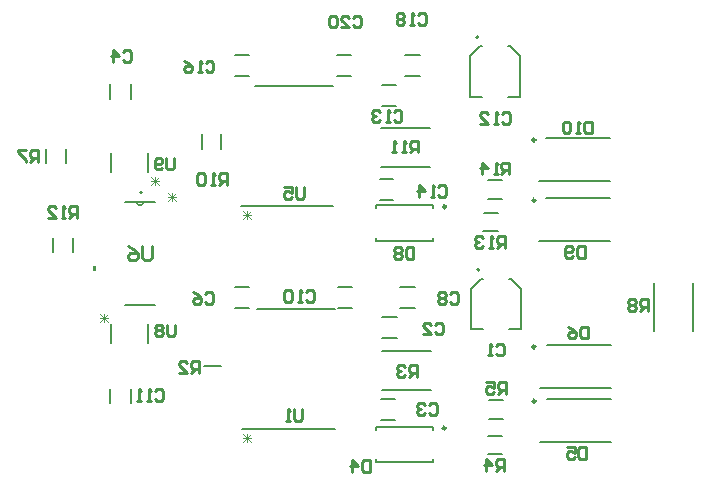
<source format=gbr>
%TF.GenerationSoftware,Altium Limited,Altium Designer,23.2.1 (34)*%
G04 Layer_Color=32896*
%FSLAX45Y45*%
%MOMM*%
%TF.SameCoordinates,3015DBAE-21F6-41EF-B07E-3AD50EAB7A3F*%
%TF.FilePolarity,Positive*%
%TF.FileFunction,Legend,Bot*%
%TF.Part,Single*%
G01*
G75*
%TA.AperFunction,NonConductor*%
%ADD43C,0.20000*%
%ADD44C,0.25400*%
%ADD45C,0.25000*%
%ADD46C,0.15240*%
%ADD48C,0.12700*%
%ADD49C,0.15200*%
%ADD50C,0.07620*%
%ADD51C,0.07600*%
G36*
X1539279Y1817050D02*
X1513879D01*
Y1778950D01*
X1539279D01*
Y1817050D01*
D02*
G37*
D43*
X1929000Y2442000D02*
G03*
X1929000Y2442000I-10000J0D01*
G01*
X4785000Y1786660D02*
G03*
X4785000Y1786660I-10000J0D01*
G01*
X4777000Y3754330D02*
G03*
X4777000Y3754330I-10000J0D01*
G01*
X2886999Y3345000D02*
X3546999D01*
X2763499Y2329000D02*
X3546999D01*
X2898000Y1457000D02*
X3558000D01*
X2774500Y441000D02*
X3558000D01*
X3909000Y456000D02*
X4389000D01*
X3909000Y156000D02*
X4389000D01*
Y431000D02*
Y456000D01*
X3909000Y431000D02*
Y456000D01*
X4389000Y156000D02*
Y181000D01*
X3909000Y156000D02*
Y181000D01*
X3911000Y2330000D02*
X4391000D01*
X3911000Y2030000D02*
X4391000D01*
Y2305000D02*
Y2330000D01*
X3911000Y2305000D02*
Y2330000D01*
X4391000Y2030000D02*
Y2055000D01*
X3911000Y2030000D02*
Y2055000D01*
X5354800Y690200D02*
X5895200D01*
X5297500Y327800D02*
X5895200D01*
X5354800Y1150200D02*
X5895200D01*
X5297500Y787800D02*
X5895200D01*
X5346800Y2391700D02*
X5887200D01*
X5289500Y2029300D02*
X5887200D01*
X5289500Y2535300D02*
X5887200D01*
X5346800Y2897700D02*
X5887200D01*
X2455000Y968000D02*
X2595000D01*
D44*
X5261500Y673000D02*
G03*
X5261500Y673000I-12500J0D01*
G01*
X5258500Y1134000D02*
G03*
X5258500Y1134000I-12500J0D01*
G01*
Y2375000D02*
G03*
X5258500Y2375000I-12500J0D01*
G01*
Y2885000D02*
G03*
X5258500Y2885000I-12500J0D01*
G01*
X4226307Y1977984D02*
Y1878016D01*
X4176323D01*
X4159662Y1894677D01*
Y1961322D01*
X4176323Y1977984D01*
X4226307D01*
X4126339Y1961322D02*
X4109678Y1977984D01*
X4076355D01*
X4059694Y1961322D01*
Y1944661D01*
X4076355Y1928000D01*
X4059694Y1911339D01*
Y1894677D01*
X4076355Y1878016D01*
X4109678D01*
X4126339Y1894677D01*
Y1911339D01*
X4109678Y1928000D01*
X4126339Y1944661D01*
Y1961322D01*
X4109678Y1928000D02*
X4076355D01*
X3855307Y173984D02*
Y74016D01*
X3805323D01*
X3788662Y90677D01*
Y157323D01*
X3805323Y173984D01*
X3855307D01*
X3705355Y74016D02*
Y173984D01*
X3755339Y124000D01*
X3688694D01*
X1048307Y2697016D02*
Y2796984D01*
X998323D01*
X981661Y2780323D01*
Y2747000D01*
X998323Y2730339D01*
X1048307D01*
X1014984D02*
X981661Y2697016D01*
X948339Y2796984D02*
X881694D01*
Y2780323D01*
X948339Y2713678D01*
Y2697016D01*
X1379960Y2226016D02*
Y2325984D01*
X1329976D01*
X1313315Y2309323D01*
Y2276000D01*
X1329976Y2259339D01*
X1379960D01*
X1346637D02*
X1313315Y2226016D01*
X1279992D02*
X1246670D01*
X1263331D01*
Y2325984D01*
X1279992Y2309323D01*
X1130041Y2226016D02*
X1196686D01*
X1130041Y2292661D01*
Y2309323D01*
X1146702Y2325984D01*
X1180024D01*
X1196686Y2309323D01*
X6210307Y1435016D02*
Y1534984D01*
X6160323D01*
X6143662Y1518323D01*
Y1485000D01*
X6160323Y1468339D01*
X6210307D01*
X6176984D02*
X6143662Y1435016D01*
X6110339Y1518323D02*
X6093677Y1534984D01*
X6060355D01*
X6043694Y1518323D01*
Y1501661D01*
X6060355Y1485000D01*
X6043694Y1468339D01*
Y1451678D01*
X6060355Y1435016D01*
X6093677D01*
X6110339Y1451678D01*
Y1468339D01*
X6093677Y1485000D01*
X6110339Y1501661D01*
Y1518323D01*
X6093677Y1485000D02*
X6060355D01*
X4925000Y1143323D02*
X4941661Y1159984D01*
X4974984D01*
X4991645Y1143323D01*
Y1076678D01*
X4974984Y1060016D01*
X4941661D01*
X4925000Y1076678D01*
X4891678Y1060016D02*
X4858355D01*
X4875016D01*
Y1159984D01*
X4891678Y1143323D01*
X4975315Y3106322D02*
X4991976Y3122984D01*
X5025299D01*
X5041960Y3106322D01*
Y3039677D01*
X5025299Y3023016D01*
X4991976D01*
X4975315Y3039677D01*
X4941992Y3023016D02*
X4908670D01*
X4925331D01*
Y3122984D01*
X4941992Y3106322D01*
X4792041Y3023016D02*
X4858686D01*
X4792041Y3089661D01*
Y3106322D01*
X4808702Y3122984D01*
X4842024D01*
X4858686Y3106322D01*
X2201307Y2734984D02*
Y2651677D01*
X2184645Y2635016D01*
X2151323D01*
X2134662Y2651677D01*
Y2734984D01*
X2101339Y2651677D02*
X2084678Y2635016D01*
X2051355D01*
X2034694Y2651677D01*
Y2718322D01*
X2051355Y2734984D01*
X2084678D01*
X2101339Y2718322D01*
Y2701661D01*
X2084678Y2685000D01*
X2034694D01*
X2206307Y1321984D02*
Y1238677D01*
X2189645Y1222016D01*
X2156323D01*
X2139662Y1238677D01*
Y1321984D01*
X2106339Y1305323D02*
X2089678Y1321984D01*
X2056355D01*
X2039694Y1305323D01*
Y1288661D01*
X2056355Y1272000D01*
X2039694Y1255339D01*
Y1238677D01*
X2056355Y1222016D01*
X2089678D01*
X2106339Y1238677D01*
Y1255339D01*
X2089678Y1272000D01*
X2106339Y1288661D01*
Y1305323D01*
X2089678Y1272000D02*
X2056355D01*
X3278645Y606984D02*
Y523677D01*
X3261984Y507016D01*
X3228661D01*
X3212000Y523677D01*
Y606984D01*
X3178677Y507016D02*
X3145355D01*
X3162016D01*
Y606984D01*
X3178677Y590322D01*
X2010087Y1984981D02*
Y1885013D01*
X1990093Y1865019D01*
X1950106D01*
X1930112Y1885013D01*
Y1984981D01*
X1810151D02*
X1850139Y1964987D01*
X1890126Y1925000D01*
Y1885013D01*
X1870132Y1865019D01*
X1830145D01*
X1810151Y1885013D01*
Y1905006D01*
X1830145Y1925000D01*
X1890126D01*
X3300307Y2483984D02*
Y2400677D01*
X3283645Y2384016D01*
X3250323D01*
X3233662Y2400677D01*
Y2483984D01*
X3133694D02*
X3200339D01*
Y2434000D01*
X3167016Y2450661D01*
X3150355D01*
X3133694Y2434000D01*
Y2400677D01*
X3150355Y2384016D01*
X3183677D01*
X3200339Y2400677D01*
X5037960Y2594016D02*
Y2693984D01*
X4987976D01*
X4971315Y2677323D01*
Y2644000D01*
X4987976Y2627339D01*
X5037960D01*
X5004637D02*
X4971315Y2594016D01*
X4937992D02*
X4904670D01*
X4921331D01*
Y2693984D01*
X4937992Y2677323D01*
X4804702Y2594016D02*
Y2693984D01*
X4854686Y2644000D01*
X4788041D01*
X5001460Y1968016D02*
Y2067984D01*
X4951476D01*
X4934815Y2051322D01*
Y2018000D01*
X4951476Y2001338D01*
X5001460D01*
X4968137D02*
X4934815Y1968016D01*
X4901492D02*
X4868170D01*
X4884831D01*
Y2067984D01*
X4901492Y2051322D01*
X4818186D02*
X4801524Y2067984D01*
X4768202D01*
X4751541Y2051322D01*
Y2034661D01*
X4768202Y2018000D01*
X4784863D01*
X4768202D01*
X4751541Y2001338D01*
Y1984677D01*
X4768202Y1968016D01*
X4801524D01*
X4818186Y1984677D01*
X4261298Y2779016D02*
Y2878984D01*
X4211314D01*
X4194653Y2862322D01*
Y2829000D01*
X4211314Y2812339D01*
X4261298D01*
X4227976D02*
X4194653Y2779016D01*
X4161331D02*
X4128008D01*
X4144669D01*
Y2878984D01*
X4161331Y2862322D01*
X4078024Y2779016D02*
X4044702D01*
X4061363D01*
Y2878984D01*
X4078024Y2862322D01*
X2644960Y2503016D02*
Y2602984D01*
X2594976D01*
X2578315Y2586322D01*
Y2553000D01*
X2594976Y2536339D01*
X2644960D01*
X2611637D02*
X2578315Y2503016D01*
X2544992D02*
X2511670D01*
X2528331D01*
Y2602984D01*
X2544992Y2586322D01*
X2461686D02*
X2445024Y2602984D01*
X2411702D01*
X2395041Y2586322D01*
Y2519677D01*
X2411702Y2503016D01*
X2445024D01*
X2461686Y2519677D01*
Y2586322D01*
X5008307Y738016D02*
Y837984D01*
X4958323D01*
X4941662Y821322D01*
Y788000D01*
X4958323Y771339D01*
X5008307D01*
X4974984D02*
X4941662Y738016D01*
X4841694Y837984D02*
X4908339D01*
Y788000D01*
X4875016Y804661D01*
X4858355D01*
X4841694Y788000D01*
Y754677D01*
X4858355Y738016D01*
X4891678D01*
X4908339Y754677D01*
X4990807Y80016D02*
Y179984D01*
X4940823D01*
X4924162Y163322D01*
Y130000D01*
X4940823Y113338D01*
X4990807D01*
X4957484D02*
X4924162Y80016D01*
X4840855D02*
Y179984D01*
X4890839Y130000D01*
X4824194D01*
X4253306Y876016D02*
Y975984D01*
X4203323D01*
X4186661Y959322D01*
Y926000D01*
X4203323Y909339D01*
X4253306D01*
X4219984D02*
X4186661Y876016D01*
X4153339Y959322D02*
X4136677Y975984D01*
X4103355D01*
X4086694Y959322D01*
Y942661D01*
X4103355Y926000D01*
X4120016D01*
X4103355D01*
X4086694Y909339D01*
Y892677D01*
X4103355Y876016D01*
X4136677D01*
X4153339Y892677D01*
X2410307Y910016D02*
Y1009984D01*
X2360323D01*
X2343662Y993322D01*
Y960000D01*
X2360323Y943338D01*
X2410307D01*
X2376984D02*
X2343662Y910016D01*
X2243694D02*
X2310339D01*
X2243694Y976661D01*
Y993322D01*
X2260355Y1009984D01*
X2293677D01*
X2310339Y993322D01*
X5738960Y3040984D02*
Y2941016D01*
X5688976D01*
X5672315Y2957678D01*
Y3024323D01*
X5688976Y3040984D01*
X5738960D01*
X5638992Y2941016D02*
X5605670D01*
X5622331D01*
Y3040984D01*
X5638992Y3024323D01*
X5555686D02*
X5539024Y3040984D01*
X5505702D01*
X5489041Y3024323D01*
Y2957678D01*
X5505702Y2941016D01*
X5539024D01*
X5555686Y2957678D01*
Y3024323D01*
X5675307Y1988984D02*
Y1889016D01*
X5625323D01*
X5608662Y1905677D01*
Y1972322D01*
X5625323Y1988984D01*
X5675307D01*
X5575339Y1905677D02*
X5558677Y1889016D01*
X5525355D01*
X5508694Y1905677D01*
Y1972322D01*
X5525355Y1988984D01*
X5558677D01*
X5575339Y1972322D01*
Y1955661D01*
X5558677Y1939000D01*
X5508694D01*
X5704307Y1304984D02*
Y1205016D01*
X5654323D01*
X5637662Y1221678D01*
Y1288323D01*
X5654323Y1304984D01*
X5704307D01*
X5537694D02*
X5571016Y1288323D01*
X5604339Y1255000D01*
Y1221678D01*
X5587677Y1205016D01*
X5554355D01*
X5537694Y1221678D01*
Y1238339D01*
X5554355Y1255000D01*
X5604339D01*
X5690307Y282984D02*
Y183016D01*
X5640323D01*
X5623662Y199678D01*
Y266323D01*
X5640323Y282984D01*
X5690307D01*
X5523694D02*
X5590339D01*
Y233000D01*
X5557016Y249661D01*
X5540355D01*
X5523694Y233000D01*
Y199678D01*
X5540355Y183016D01*
X5573677D01*
X5590339Y199678D01*
X3711646Y3921323D02*
X3728307Y3937984D01*
X3761629D01*
X3778291Y3921323D01*
Y3854678D01*
X3761629Y3838016D01*
X3728307D01*
X3711646Y3854678D01*
X3611678Y3838016D02*
X3678323D01*
X3611678Y3904661D01*
Y3921323D01*
X3628339Y3937984D01*
X3661661D01*
X3678323Y3921323D01*
X3578355D02*
X3561694Y3937984D01*
X3528371D01*
X3511710Y3921323D01*
Y3854678D01*
X3528371Y3838016D01*
X3561694D01*
X3578355Y3854678D01*
Y3921323D01*
X4266315Y3940323D02*
X4282976Y3956984D01*
X4316298D01*
X4332960Y3940323D01*
Y3873678D01*
X4316298Y3857016D01*
X4282976D01*
X4266315Y3873678D01*
X4232992Y3857016D02*
X4199670D01*
X4216331D01*
Y3956984D01*
X4232992Y3940323D01*
X4149686D02*
X4133024Y3956984D01*
X4099702D01*
X4083041Y3940323D01*
Y3923661D01*
X4099702Y3907000D01*
X4083041Y3890339D01*
Y3873678D01*
X4099702Y3857016D01*
X4133024D01*
X4149686Y3873678D01*
Y3890339D01*
X4133024Y3907000D01*
X4149686Y3923661D01*
Y3940323D01*
X4133024Y3907000D02*
X4099702D01*
X2466315Y3540323D02*
X2482976Y3556984D01*
X2516298D01*
X2532960Y3540323D01*
Y3473678D01*
X2516298Y3457016D01*
X2482976D01*
X2466315Y3473678D01*
X2432992Y3457016D02*
X2399670D01*
X2416331D01*
Y3556984D01*
X2432992Y3540323D01*
X2283041Y3556984D02*
X2316363Y3540323D01*
X2349686Y3507000D01*
Y3473678D01*
X2333024Y3457016D01*
X2299702D01*
X2283041Y3473678D01*
Y3490339D01*
X2299702Y3507000D01*
X2349686D01*
X4437814Y2489323D02*
X4454475Y2505984D01*
X4487798D01*
X4504459Y2489323D01*
Y2422678D01*
X4487798Y2406016D01*
X4454475D01*
X4437814Y2422678D01*
X4404492Y2406016D02*
X4371169D01*
X4387830D01*
Y2505984D01*
X4404492Y2489323D01*
X4271201Y2406016D02*
Y2505984D01*
X4321185Y2456000D01*
X4254540D01*
X4058315Y3123322D02*
X4074976Y3139984D01*
X4108298D01*
X4124960Y3123322D01*
Y3056677D01*
X4108298Y3040016D01*
X4074976D01*
X4058315Y3056677D01*
X4024992Y3040016D02*
X3991669D01*
X4008331D01*
Y3139984D01*
X4024992Y3123322D01*
X3941686D02*
X3925024Y3139984D01*
X3891702D01*
X3875041Y3123322D01*
Y3106661D01*
X3891702Y3090000D01*
X3908363D01*
X3891702D01*
X3875041Y3073339D01*
Y3056677D01*
X3891702Y3040016D01*
X3925024D01*
X3941686Y3056677D01*
X2036654Y756323D02*
X2053315Y772984D01*
X2086637D01*
X2103299Y756323D01*
Y689678D01*
X2086637Y673016D01*
X2053315D01*
X2036654Y689678D01*
X2003331Y673016D02*
X1970009D01*
X1986670D01*
Y772984D01*
X2003331Y756323D01*
X1920025Y673016D02*
X1886702D01*
X1903363D01*
Y772984D01*
X1920025Y756323D01*
X3315315Y1594322D02*
X3331976Y1610984D01*
X3365298D01*
X3381960Y1594322D01*
Y1527677D01*
X3365298Y1511016D01*
X3331976D01*
X3315315Y1527677D01*
X3281992Y1511016D02*
X3248669D01*
X3265331D01*
Y1610984D01*
X3281992Y1594322D01*
X3198685D02*
X3182024Y1610984D01*
X3148702D01*
X3132040Y1594322D01*
Y1527677D01*
X3148702Y1511016D01*
X3182024D01*
X3198685Y1527677D01*
Y1594322D01*
X4533661Y1579322D02*
X4550323Y1595984D01*
X4583645D01*
X4600307Y1579322D01*
Y1512677D01*
X4583645Y1496016D01*
X4550323D01*
X4533661Y1512677D01*
X4500339Y1579322D02*
X4483677Y1595984D01*
X4450355D01*
X4433694Y1579322D01*
Y1562661D01*
X4450355Y1546000D01*
X4433694Y1529339D01*
Y1512677D01*
X4450355Y1496016D01*
X4483677D01*
X4500339Y1512677D01*
Y1529339D01*
X4483677Y1546000D01*
X4500339Y1562661D01*
Y1579322D01*
X4483677Y1546000D02*
X4450355D01*
X2462662Y1577322D02*
X2479323Y1593984D01*
X2512645D01*
X2529307Y1577322D01*
Y1510677D01*
X2512645Y1494016D01*
X2479323D01*
X2462662Y1510677D01*
X2362694Y1593984D02*
X2396016Y1577322D01*
X2429339Y1544000D01*
Y1510677D01*
X2412677Y1494016D01*
X2379355D01*
X2362694Y1510677D01*
Y1527339D01*
X2379355Y1544000D01*
X2429339D01*
X1767662Y3627322D02*
X1784323Y3643984D01*
X1817645D01*
X1834307Y3627322D01*
Y3560677D01*
X1817645Y3544016D01*
X1784323D01*
X1767662Y3560677D01*
X1684355Y3544016D02*
Y3643984D01*
X1734339Y3594000D01*
X1667694D01*
X4356662Y637323D02*
X4373323Y653984D01*
X4406645D01*
X4423307Y637323D01*
Y570678D01*
X4406645Y554016D01*
X4373323D01*
X4356662Y570678D01*
X4323339Y637323D02*
X4306677Y653984D01*
X4273355D01*
X4256694Y637323D01*
Y620661D01*
X4273355Y604000D01*
X4290016D01*
X4273355D01*
X4256694Y587339D01*
Y570678D01*
X4273355Y554016D01*
X4306677D01*
X4323339Y570678D01*
X4408661Y1322322D02*
X4425323Y1338984D01*
X4458645D01*
X4475307Y1322322D01*
Y1255677D01*
X4458645Y1239016D01*
X4425323D01*
X4408661Y1255677D01*
X4308694Y1239016D02*
X4375339D01*
X4308694Y1305661D01*
Y1322322D01*
X4325355Y1338984D01*
X4358677D01*
X4375339Y1322322D01*
D45*
X4499000Y446000D02*
G03*
X4499000Y446000I-12500J0D01*
G01*
X4501000Y2320000D02*
G03*
X4501000Y2320000I-12500J0D01*
G01*
D46*
X1879639Y2361880D02*
G03*
X1940599Y2361880I30480J0D01*
G01*
X1834900Y3234040D02*
Y3355960D01*
X1657100Y3234040D02*
Y3355960D01*
X1780869Y2361880D02*
X2039369D01*
X1780869Y1488120D02*
X2039369D01*
X2716040Y3602900D02*
X2837960D01*
X2716040Y3425100D02*
X2837960D01*
X3964040Y1207430D02*
X4085960D01*
X3964040Y1385230D02*
X4085960D01*
X2714450Y1460100D02*
X2836370D01*
X2714450Y1637900D02*
X2836370D01*
X3584040Y1460100D02*
X3705960D01*
X3584040Y1637900D02*
X3705960D01*
X4113900Y1460100D02*
X4235820D01*
X4113900Y1637900D02*
X4235820D01*
X3956040Y3175100D02*
X4077960D01*
X3956040Y3352900D02*
X4077960D01*
X3576040Y3425100D02*
X3697960D01*
X3576040Y3602900D02*
X3697960D01*
X4156040Y3425100D02*
X4277960D01*
X4156040Y3602900D02*
X4277960D01*
X1657100Y658200D02*
Y780120D01*
X1834900Y658200D02*
Y780120D01*
D48*
X1668000Y2612000D02*
Y2772000D01*
X1980000Y2612000D02*
Y2772000D01*
X3954001Y510500D02*
X4068001D01*
X3954001Y690500D02*
X4068001D01*
X3961500Y766500D02*
X4371500D01*
X3961500Y1096500D02*
X4371500D01*
X3942500Y2374000D02*
X4056500D01*
X3942500Y2554000D02*
X4056500D01*
X3953500Y2654500D02*
X4363501D01*
X3953500Y2984500D02*
X4363501D01*
X5038000Y1711661D02*
X5054000D01*
X5140000Y1625660D01*
Y1281660D02*
Y1625660D01*
X5038000Y1281660D02*
X5140000D01*
X4710000D02*
X4812000D01*
X4710000D02*
Y1625660D01*
X4796000Y1711661D01*
X4812000D01*
X6260000Y1267999D02*
Y1678000D01*
X6590000Y1267999D02*
Y1678000D01*
X5030000Y3679330D02*
X5046000D01*
X5132000Y3593330D01*
Y3249330D02*
Y3593330D01*
X5030000Y3249330D02*
X5132000D01*
X4702000D02*
X4804000D01*
X4702000D02*
Y3593330D01*
X4788000Y3679330D01*
X4804000D01*
X1981000Y1165500D02*
Y1325500D01*
X1669000Y1165500D02*
Y1325500D01*
X1174000Y1937000D02*
Y2051000D01*
X1344000Y1937000D02*
Y2051000D01*
X1283000Y2691000D02*
Y2805000D01*
X1113000Y2691000D02*
Y2805000D01*
D49*
X2438000Y2810080D02*
Y2932000D01*
X2597000Y2810080D02*
Y2932000D01*
X4854040Y223500D02*
X4975960D01*
X4854040Y382500D02*
X4975960D01*
X4864040Y521500D02*
X4985960D01*
X4864040Y680500D02*
X4985960D01*
X4819040Y2112500D02*
X4940960D01*
X4820040Y2263500D02*
X4941960D01*
X4856040Y2384000D02*
X4977960D01*
X4856040Y2543000D02*
X4977960D01*
D50*
X2213649Y2432486D02*
X2147004Y2365841D01*
X2213649D02*
X2147004Y2432486D01*
X2213649Y2399164D02*
X2147004D01*
X2180327Y2365841D02*
Y2432486D01*
D51*
X1638401Y1410245D02*
X1571756Y1343600D01*
X1638401D02*
X1571756Y1410245D01*
X1638401Y1376922D02*
X1571756D01*
X1605078Y1343600D02*
Y1410245D01*
X2849400Y396245D02*
X2782755Y329600D01*
X2849400D02*
X2782755Y396245D01*
X2849400Y362922D02*
X2782755D01*
X2816078Y329600D02*
Y396245D01*
X2068400Y2574245D02*
X2001755Y2507600D01*
X2068400D02*
X2001755Y2574245D01*
X2068400Y2540922D02*
X2001755D01*
X2035078Y2507600D02*
Y2574245D01*
X2849400Y2284245D02*
X2782755Y2217600D01*
X2849400D02*
X2782755Y2284245D01*
X2849400Y2250922D02*
X2782755D01*
X2816078Y2217600D02*
Y2284245D01*
%TF.MD5,6831ee545ca13f2d2fca366ae0245578*%
M02*

</source>
